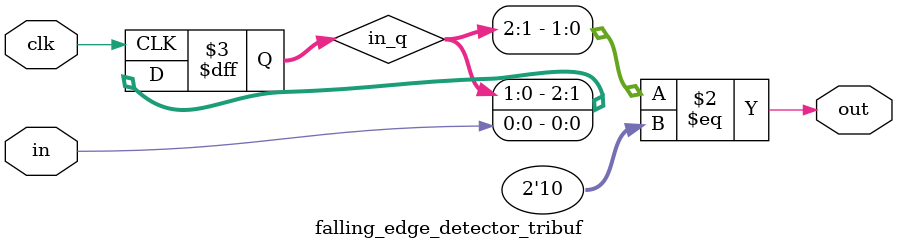
<source format=sv>

module rising_edge_detector ( 
  input clk,
  input in,
  output out
);
  reg in_q;

  always_ff @(posedge clk) begin
    in_q <= in;
  end

  assign out = !in_q && in;
endmodule

module falling_edge_detector ( 
  input clk,
  input in,
  output out
);
  reg in_q;

  always_ff @(posedge clk) begin
    in_q <= in;
  end

  assign out = in_q && !in;
endmodule



module rising_edge_detector_tribuf ( 
  input clk,
  input in,
  output out
);
  reg [2:0] in_q;

  always_ff @(posedge clk) begin
    in_q <= {in_q[1:0], in};
  end

  assign out = (in_q[2:1] == 2'b01);
endmodule

module falling_edge_detector_tribuf ( 
  input clk,
  input in,
  output out
);
  reg [2:0] in_q;

  always_ff @(posedge clk) begin
    in_q <= {in_q[1:0], in};
  end

  assign out = (in_q[2:1] == 2'b10);
endmodule
</source>
